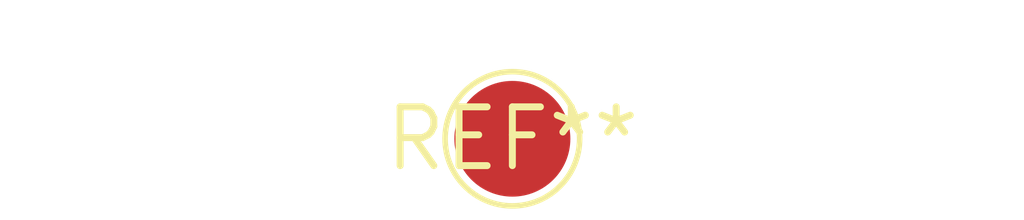
<source format=kicad_pcb>
(kicad_pcb (version 20240108) (generator pcbnew)
  (layers (0 "F.Cu" signal) (31 "B.Cu" signal) (34 "B.Paste" user) (35 "F.Paste" user) (36 "B.SilkS" user "B.Silkscreen") (37 "F.SilkS" user "F.Silkscreen") (38 "B.Mask" user) (39 "F.Mask" user) (44 "Edge.Cuts" user))
  (net 0 "")
  (footprint "TestPoint_Pad_D2.5mm" (layer "F.Cu") (at 0 0)
    (property "Reference" "REF**")
    (property "Value" "TestPoint_Pad_D2.5mm")
    (fp_circle (center 0 0) (end 0 1.45) (layer "F.SilkS") (stroke (width 0.12)) (fill none))
    (pad "1" smd circle (at 0 0) (size 2.5 2.5) (layers "F.Cu" "F.Mask"))
  )
)
</source>
